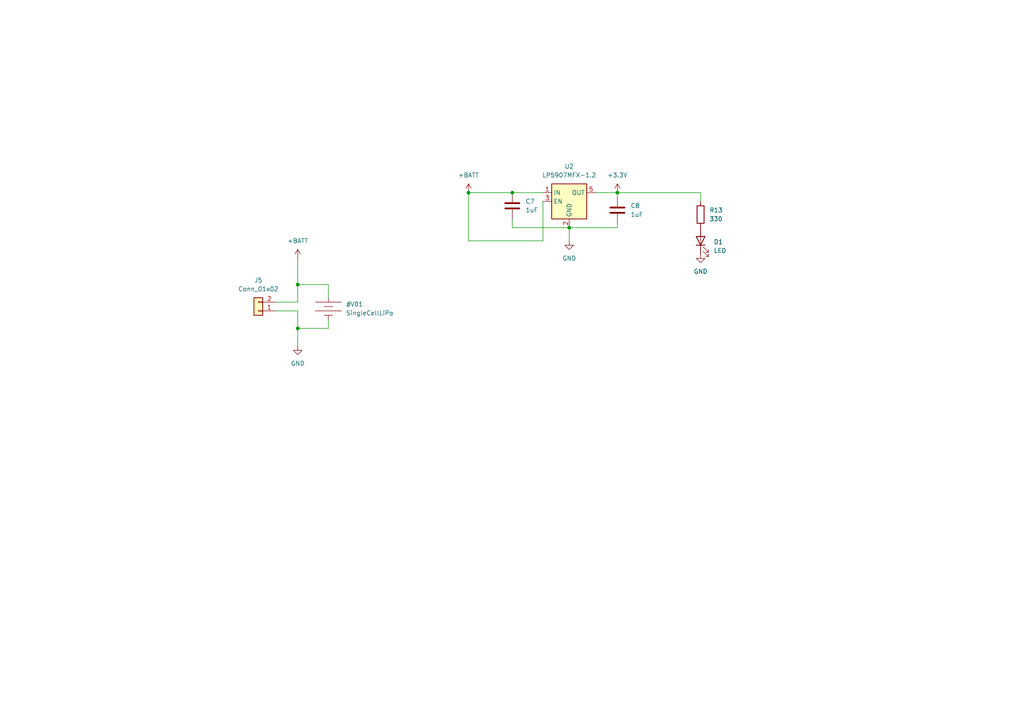
<source format=kicad_sch>
(kicad_sch (version 20230121) (generator eeschema)
  (paper "A4")
  (lib_symbols
    (symbol "Connector_Generic:Conn_01x02" (pin_names (offset 1.016) hide)
      (property "Reference" "J" (at 0 2.54 0))
      (property "Value" "Conn_01x02" (at 0 -5.08 0))
      (symbol "Conn_01x02_1_1"
        (rectangle (start -1.27 -2.413) (end 0 -2.667) (stroke (width 0.1524)))
        (rectangle (start -1.27 0.127) (end 0 -0.127) (stroke (width 0.1524)))
        (rectangle (start -1.27 1.27) (end 1.27 -3.81) (stroke (width 0.254)) (fill (type background)))
        (pin passive line (at -5.08 0 0) (length 3.81) (name "Pin_1") (number "1"))
        (pin passive line (at -5.08 -2.54 0) (length 3.81) (name "Pin_2") (number "2"))
      )
    )
    (symbol "Device:C" (pin_numbers hide) (pin_names (offset 0.254))
      (property "Reference" "C" (at 0.635 2.54 0))
      (property "Value" "C" (at 0.635 -2.54 0))
      (symbol "C_0_1"
        (polyline (pts (xy -2.032 -0.762) (xy 2.032 -0.762)) (stroke (width 0.508)))
        (polyline (pts (xy -2.032 0.762) (xy 2.032 0.762)) (stroke (width 0.508)))
      )
      (symbol "C_1_1"
        (pin passive line (at 0 3.81 270) (length 2.794) (name "~") (number "1"))
        (pin passive line (at 0 -3.81 90) (length 2.794) (name "~") (number "2"))
      )
    )
    (symbol "Device:LED" (pin_numbers hide) (pin_names (offset 1.016) hide)
      (property "Reference" "D" (at 0 2.54 0))
      (property "Value" "LED" (at 0 -2.54 0))
      (symbol "LED_0_1"
        (polyline (pts (xy -1.27 -1.27) (xy -1.27 1.27)) (stroke (width 0.254)))
        (polyline (pts (xy -1.27 0) (xy 1.27 0)))
        (polyline (pts (xy 1.27 -1.27) (xy 1.27 1.27) (xy -1.27 0) (xy 1.27 -1.27)) (stroke (width 0.254)))
        (polyline (pts (xy -3.048 -0.762) (xy -4.572 -2.286) (xy -3.81 -2.286) (xy -4.572 -2.286) (xy -4.572 -1.524)))
        (polyline (pts (xy -1.778 -0.762) (xy -3.302 -2.286) (xy -2.54 -2.286) (xy -3.302 -2.286) (xy -3.302 -1.524)))
      )
      (symbol "LED_1_1"
        (pin passive line (at -3.81 0 0) (length 2.54) (name "K") (number "1"))
        (pin passive line (at 3.81 0 180) (length 2.54) (name "A") (number "2"))
      )
    )
    (symbol "Device:R" (pin_numbers hide) (pin_names (offset 0))
      (property "Reference" "R" (at 2.032 0 90))
      (property "Value" "R" (at 0 0 90))
      (symbol "R_0_1"
        (rectangle (start -1.016 -2.54) (end 1.016 2.54) (stroke (width 0.254)))
      )
      (symbol "R_1_1"
        (pin passive line (at 0 3.81 270) (length 1.27) (name "~") (number "1"))
        (pin passive line (at 0 -3.81 90) (length 1.27) (name "~") (number "2"))
      )
    )
    (symbol "Regulator_Linear:LP5907MFX-1.2"
      (property "Reference" "U" (at -3.81 6.35 0))
      (property "Value" "LP5907MFX-1.2" (at 6.35 6.35 0))
      (symbol "LP5907MFX-1.2_0_1"
        (rectangle (start -5.08 -5.08) (end 5.08 5.08) (stroke (width 0.254)) (fill (type background)))
        (pin power_in line (at -7.62 2.54 0) (length 2.54) (name "IN") (number "1"))
        (pin power_in line (at 0 -7.62 90) (length 2.54) (name "GND") (number "2"))
        (pin input line (at -7.62 0 0) (length 2.54) (name "EN") (number "3"))
        (pin no_connect line (at 5.08 0 180) (length 2.54) hide (name "NC") (number "4"))
        (pin power_out line (at 7.62 2.54 180) (length 2.54) (name "OUT") (number "5"))
      )
    )
    (symbol "minimouse:SingleCellLiPo" (power) (pin_numbers hide) (pin_names hide) (in_bom no) (on_board no)
      (property "Reference" "V" (at 1.8796 0.3048 0))
      (property "Value" "SingleCellLiPo" (at -11.43 1.27 0))
      (symbol "SingleCellLiPo_0_1"
        (polyline (pts (xy -3.81 0) (xy 3.81 0)))
        (polyline (pts (xy -3.81 2.54) (xy 3.81 2.54)))
        (polyline (pts (xy -1.27 -1.27) (xy 1.27 -1.27)))
        (polyline (pts (xy -1.27 1.27) (xy 1.27 1.27)))
      )
      (symbol "SingleCellLiPo_1_1"
        (pin power_out line (at 0 -2.54 90) (length 1.27) (name "+") (number ""))
        (pin power_out line (at 0 3.81 270) (length 1.27) (name "+") (number ""))
      )
    )
    (symbol "power:+3.3V" (power) (pin_names (offset 0))
      (property "Value" "+3.3V" (at 0 3.556 0))
      (symbol "+3.3V_0_1"
        (polyline (pts (xy -0.762 1.27) (xy 0 2.54)))
        (polyline (pts (xy 0 0) (xy 0 2.54)))
        (polyline (pts (xy 0 2.54) (xy 0.762 1.27)))
      )
      (symbol "+3.3V_1_1"
        (pin power_in line (at 0 0 90) (length 0) hide (name "+3.3V") (number "1"))
      )
    )
    (symbol "power:+BATT" (power) (pin_names (offset 0))
      (property "Value" "+BATT" (at 0 3.556 0))
      (symbol "+BATT_0_1"
        (polyline (pts (xy -0.762 1.27) (xy 0 2.54)))
        (polyline (pts (xy 0 0) (xy 0 2.54)))
        (polyline (pts (xy 0 2.54) (xy 0.762 1.27)))
      )
      (symbol "+BATT_1_1"
        (pin power_in line (at 0 0 90) (length 0) hide (name "+BATT") (number "1"))
      )
    )
    (symbol "power:GND" (power) (pin_names (offset 0))
      (property "Value" "GND" (at 0 -3.81 0))
      (symbol "GND_0_1"
        (polyline (pts (xy 0 0) (xy 0 -1.27) (xy 1.27 -1.27) (xy 0 -2.54) (xy -1.27 -1.27) (xy 0 -1.27)))
      )
      (symbol "GND_1_1"
        (pin power_in line (at 0 0 270) (length 0) hide (name "GND") (number "1"))
      )
    )
  )
  (junction (at 86.36 82.55))
  (junction (at 148.59 55.88))
  (junction (at 179.07 55.88))
  (junction (at 135.89 55.88))
  (junction (at 86.36 95.25))
  (junction (at 165.1 66.04))
  (wire (pts (xy 148.59 55.88) (xy 135.89 55.88)))
  (wire (pts (xy 86.36 90.17) (xy 86.36 95.25)))
  (wire (pts (xy 86.36 74.93) (xy 86.36 82.55)))
  (wire (pts (xy 95.25 82.55) (xy 86.36 82.55)))
  (wire (pts (xy 179.07 66.04) (xy 165.1 66.04)))
  (wire (pts (xy 95.25 86.36) (xy 95.25 82.55)))
  (wire (pts (xy 165.1 66.04) (xy 165.1 69.85)))
  (wire (pts (xy 203.2 58.42) (xy 203.2 55.88)))
  (wire (pts (xy 148.59 63.5) (xy 148.59 66.04)))
  (wire (pts (xy 148.59 55.88) (xy 157.48 55.88)))
  (wire (pts (xy 157.48 69.85) (xy 135.89 69.85)))
  (wire (pts (xy 95.25 92.71) (xy 95.25 95.25)))
  (wire (pts (xy 80.01 87.63) (xy 86.36 87.63)))
  (wire (pts (xy 157.48 58.42) (xy 157.48 69.85)))
  (wire (pts (xy 179.07 64.77) (xy 179.07 66.04)))
  (wire (pts (xy 172.72 55.88) (xy 179.07 55.88)))
  (wire (pts (xy 86.36 95.25) (xy 86.36 100.33)))
  (wire (pts (xy 95.25 95.25) (xy 86.36 95.25)))
  (wire (pts (xy 148.59 66.04) (xy 165.1 66.04)))
  (wire (pts (xy 86.36 82.55) (xy 86.36 87.63)))
  (wire (pts (xy 203.2 55.88) (xy 179.07 55.88)))
  (wire (pts (xy 179.07 55.88) (xy 179.07 57.15)))
  (wire (pts (xy 135.89 69.85) (xy 135.89 55.88)))
  (wire (pts (xy 80.01 90.17) (xy 86.36 90.17)))
  (symbol (lib_id "power:+BATT") (at 86.36 74.93 0) (unit 1)
    (property "Reference" "#PWR036" (effects hide))
    (property "Value" "+BATT" (at 86.36 69.85 0))
  )
  (symbol (lib_id "power:+3.3V") (at 179.07 55.88 0) (unit 1)
    (property "Reference" "#PWR016" (effects hide))
    (property "Value" "+3.3V" (at 179.07 50.8 0))
  )
  (symbol (lib_id "power:+BATT") (at 135.89 55.88 0) (unit 1)
    (property "Reference" "#PWR015" (effects hide))
    (property "Value" "+BATT" (at 135.89 50.8 0))
  )
  (symbol (lib_id "minimouse:SingleCellLiPo") (at 95.25 90.17 0) (unit 1) (in_bom no) (on_board no)
    (property "Reference" "#V01" (at 100.33 88.265 0) (effects (justify left)))
    (property "Value" "SingleCellLiPo" (at 100.33 90.805 0) (effects (justify left)))
  )
  (symbol (lib_id "Device:LED") (at 203.2 69.85 90) (unit 1)
    (property "Reference" "D1" (at 207.01 70.1675 90) (effects (justify right)))
    (property "Value" "LED" (at 207.01 72.7075 90) (effects (justify right)))
    (property "Footprint" "LED_SMD:LED_0603_1608Metric" (effects hide))
  )
  (symbol (lib_id "Regulator_Linear:LP5907MFX-1.2") (at 165.1 58.42 0) (unit 1)
    (property "Reference" "U2" (at 165.1 48.26 0))
    (property "Value" "LP5907MFX-1.2" (at 165.1 50.8 0))
    (property "Footprint" "Package_TO_SOT_SMD:SOT-23-5" (effects hide))
    (property "Datasheet" "http://www.ti.com/lit/ds/symlink/lp5907.pdf" (effects hide))
  )
  (symbol (lib_id "power:GND") (at 165.1 69.85 0) (unit 1)
    (property "Reference" "#PWR08" (effects hide))
    (property "Value" "GND" (at 165.1 74.93 0))
  )
  (symbol (lib_id "Device:C") (at 179.07 60.96 0) (unit 1)
    (property "Reference" "C8" (at 182.88 59.69 0) (effects (justify left)))
    (property "Value" "1uF" (at 182.88 62.23 0) (effects (justify left)))
    (property "Footprint" "Capacitor_SMD:C_0603_1608Metric" (effects hide))
  )
  (symbol (lib_id "Device:R") (at 203.2 62.23 0) (unit 1)
    (property "Reference" "R13" (at 205.74 60.96 0) (effects (justify left)))
    (property "Value" "330" (at 205.74 63.5 0) (effects (justify left)))
    (property "Footprint" "Resistor_SMD:R_0603_1608Metric" (effects hide))
  )
  (symbol (lib_id "Connector_Generic:Conn_01x02") (at 74.93 90.17 180) (unit 1)
    (property "Reference" "J5" (at 74.93 81.28 0))
    (property "Value" "Conn_01x02" (at 74.93 83.82 0))
    (property "Footprint" "Connector_PinHeader_2.54mm:PinHeader_1x02_P2.54mm_Vertical" (effects hide))
  )
  (symbol (lib_id "power:GND") (at 86.36 100.33 0) (unit 1)
    (property "Reference" "#PWR037" (effects hide))
    (property "Value" "GND" (at 86.36 105.41 0))
  )
  (symbol (lib_id "Device:C") (at 148.59 59.69 0) (unit 1)
    (property "Reference" "C7" (at 152.4 58.42 0) (effects (justify left)))
    (property "Value" "1uF" (at 152.4 60.96 0) (effects (justify left)))
    (property "Footprint" "Capacitor_SMD:C_0603_1608Metric" (effects hide))
  )
  (symbol (lib_id "power:GND") (at 203.2 73.66 0) (unit 1)
    (property "Reference" "#PWR017" (effects hide))
    (property "Value" "GND" (at 203.2 78.74 0))
  )
)
</source>
